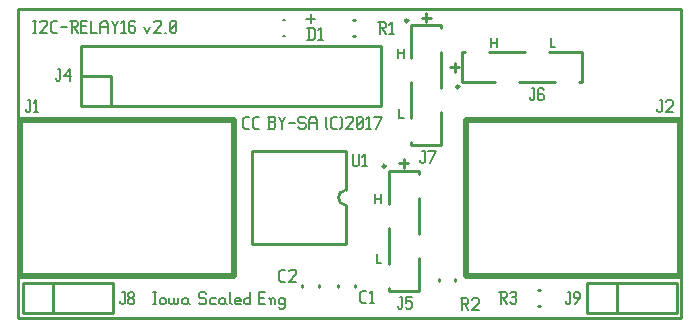
<source format=gbr>
G04 start of page 8 for group -4079 idx -4079 *
G04 Title: (unknown), topsilk *
G04 Creator: pcb 20140316 *
G04 CreationDate: Thu 30 Aug 2018 07:24:04 PM GMT UTC *
G04 For: railfan *
G04 Format: Gerber/RS-274X *
G04 PCB-Dimensions (mil): 2220.00 1040.00 *
G04 PCB-Coordinate-Origin: lower left *
%MOIN*%
%FSLAX25Y25*%
%LNTOPSILK*%
%ADD63C,0.0200*%
%ADD62C,0.0080*%
%ADD61C,0.0100*%
G54D61*X500Y500D02*X221500D01*
X500D02*Y103500D01*
X136500Y102000D02*Y99000D01*
X135000Y100500D02*X138000D01*
X221500Y103500D02*Y500D01*
Y103500D02*X500D01*
X129000Y53500D02*Y50500D01*
X127500Y52000D02*X130500D01*
X146000Y85500D02*Y82500D01*
X144500Y84000D02*X147500D01*
G54D62*X76200Y63500D02*X77500D01*
X75500Y64200D02*X76200Y63500D01*
X75500Y66800D02*Y64200D01*
Y66800D02*X76200Y67500D01*
X77500D01*
X79400Y63500D02*X80700D01*
X78700Y64200D02*X79400Y63500D01*
X78700Y66800D02*Y64200D01*
Y66800D02*X79400Y67500D01*
X80700D01*
X83700Y63500D02*X85700D01*
X86200Y64000D01*
Y65200D02*Y64000D01*
X85700Y65700D02*X86200Y65200D01*
X84200Y65700D02*X85700D01*
X84200Y67500D02*Y63500D01*
X83700Y67500D02*X85700D01*
X86200Y67000D01*
Y66200D01*
X85700Y65700D02*X86200Y66200D01*
X87400Y67500D02*X88400Y65500D01*
X89400Y67500D01*
X88400Y65500D02*Y63500D01*
X90600Y65500D02*X92600D01*
X95800Y67500D02*X96300Y67000D01*
X94300Y67500D02*X95800D01*
X93800Y67000D02*X94300Y67500D01*
X93800Y67000D02*Y66000D01*
X94300Y65500D01*
X95800D01*
X96300Y65000D01*
Y64000D01*
X95800Y63500D02*X96300Y64000D01*
X94300Y63500D02*X95800D01*
X93800Y64000D02*X94300Y63500D01*
X97500Y66500D02*Y63500D01*
Y66500D02*X98200Y67500D01*
X99300D01*
X100000Y66500D01*
Y63500D01*
X97500Y65500D02*X100000D01*
X103000Y64000D02*X103500Y63500D01*
X103000Y67000D02*X103500Y67500D01*
X103000Y67000D02*Y64000D01*
X105400Y63500D02*X106700D01*
X104700Y64200D02*X105400Y63500D01*
X104700Y66800D02*Y64200D01*
Y66800D02*X105400Y67500D01*
X106700D01*
X107900D02*X108400Y67000D01*
Y64000D01*
X107900Y63500D02*X108400Y64000D01*
X109600Y67000D02*X110100Y67500D01*
X111600D01*
X112100Y67000D01*
Y66000D01*
X109600Y63500D02*X112100Y66000D01*
X109600Y63500D02*X112100D01*
X113300Y64000D02*X113800Y63500D01*
X113300Y67000D02*Y64000D01*
Y67000D02*X113800Y67500D01*
X114800D01*
X115300Y67000D01*
Y64000D01*
X114800Y63500D02*X115300Y64000D01*
X113800Y63500D02*X114800D01*
X113300Y64500D02*X115300Y66500D01*
X116500Y66700D02*X117300Y67500D01*
Y63500D01*
X116500D02*X118000D01*
X119700D02*X121700Y67500D01*
X119200D02*X121700D01*
X96500Y100180D02*X99380D01*
X97940Y101620D02*Y98740D01*
X127000Y90220D02*Y87100D01*
X128950Y90220D02*Y87100D01*
X127000Y88660D02*X128950D01*
X127500Y70220D02*Y67100D01*
X129060D01*
X119500Y41720D02*Y38600D01*
X121450Y41720D02*Y38600D01*
X119500Y40160D02*X121450D01*
X45500Y9000D02*X46500D01*
X46000D02*Y5000D01*
X45500D02*X46500D01*
X47700Y6500D02*Y5500D01*
Y6500D02*X48200Y7000D01*
X49200D01*
X49700Y6500D01*
Y5500D01*
X49200Y5000D02*X49700Y5500D01*
X48200Y5000D02*X49200D01*
X47700Y5500D02*X48200Y5000D01*
X50900Y7000D02*Y5500D01*
X51400Y5000D01*
X51900D01*
X52400Y5500D01*
Y7000D02*Y5500D01*
X52900Y5000D01*
X53400D01*
X53900Y5500D01*
Y7000D02*Y5500D01*
X56600Y7000D02*X57100Y6500D01*
X55600Y7000D02*X56600D01*
X55100Y6500D02*X55600Y7000D01*
X55100Y6500D02*Y5500D01*
X55600Y5000D01*
X57100Y7000D02*Y5500D01*
X57600Y5000D01*
X55600D02*X56600D01*
X57100Y5500D01*
X62600Y9000D02*X63100Y8500D01*
X61100Y9000D02*X62600D01*
X60600Y8500D02*X61100Y9000D01*
X60600Y8500D02*Y7500D01*
X61100Y7000D01*
X62600D01*
X63100Y6500D01*
Y5500D01*
X62600Y5000D02*X63100Y5500D01*
X61100Y5000D02*X62600D01*
X60600Y5500D02*X61100Y5000D01*
X64800Y7000D02*X66300D01*
X64300Y6500D02*X64800Y7000D01*
X64300Y6500D02*Y5500D01*
X64800Y5000D01*
X66300D01*
X69000Y7000D02*X69500Y6500D01*
X68000Y7000D02*X69000D01*
X67500Y6500D02*X68000Y7000D01*
X67500Y6500D02*Y5500D01*
X68000Y5000D01*
X69500Y7000D02*Y5500D01*
X70000Y5000D01*
X68000D02*X69000D01*
X69500Y5500D01*
X71200Y9000D02*Y5500D01*
X71700Y5000D01*
X73200D02*X74700D01*
X72700Y5500D02*X73200Y5000D01*
X72700Y6500D02*Y5500D01*
Y6500D02*X73200Y7000D01*
X74200D01*
X74700Y6500D01*
X72700Y6000D02*X74700D01*
Y6500D02*Y6000D01*
X77900Y9000D02*Y5000D01*
X77400D02*X77900Y5500D01*
X76400Y5000D02*X77400D01*
X75900Y5500D02*X76400Y5000D01*
X75900Y6500D02*Y5500D01*
Y6500D02*X76400Y7000D01*
X77400D01*
X77900Y6500D01*
X80900Y7200D02*X82400D01*
X80900Y5000D02*X82900D01*
X80900Y9000D02*Y5000D01*
Y9000D02*X82900D01*
X84600Y6500D02*Y5000D01*
Y6500D02*X85100Y7000D01*
X85600D01*
X86100Y6500D01*
Y5000D01*
X84100Y7000D02*X84600Y6500D01*
X88800Y7000D02*X89300Y6500D01*
X87800Y7000D02*X88800D01*
X87300Y6500D02*X87800Y7000D01*
X87300Y6500D02*Y5500D01*
X87800Y5000D01*
X88800D01*
X89300Y5500D01*
X87300Y4000D02*X87800Y3500D01*
X88800D01*
X89300Y4000D01*
Y7000D02*Y4000D01*
X5500Y99500D02*X6500D01*
X6000D02*Y95500D01*
X5500D02*X6500D01*
X7700Y99000D02*X8200Y99500D01*
X9700D01*
X10200Y99000D01*
Y98000D01*
X7700Y95500D02*X10200Y98000D01*
X7700Y95500D02*X10200D01*
X12100D02*X13400D01*
X11400Y96200D02*X12100Y95500D01*
X11400Y98800D02*Y96200D01*
Y98800D02*X12100Y99500D01*
X13400D01*
X14600Y97500D02*X16600D01*
X17800Y99500D02*X19800D01*
X20300Y99000D01*
Y98000D01*
X19800Y97500D02*X20300Y98000D01*
X18300Y97500D02*X19800D01*
X18300Y99500D02*Y95500D01*
X19100Y97500D02*X20300Y95500D01*
X21500Y97700D02*X23000D01*
X21500Y95500D02*X23500D01*
X21500Y99500D02*Y95500D01*
Y99500D02*X23500D01*
X24700D02*Y95500D01*
X26700D01*
X27900Y98500D02*Y95500D01*
Y98500D02*X28600Y99500D01*
X29700D01*
X30400Y98500D01*
Y95500D01*
X27900Y97500D02*X30400D01*
X31600Y99500D02*X32600Y97500D01*
X33600Y99500D01*
X32600Y97500D02*Y95500D01*
X34800Y98700D02*X35600Y99500D01*
Y95500D01*
X34800D02*X36300D01*
X39000Y99500D02*X39500Y99000D01*
X38000Y99500D02*X39000D01*
X37500Y99000D02*X38000Y99500D01*
X37500Y99000D02*Y96000D01*
X38000Y95500D01*
X39000Y97700D02*X39500Y97200D01*
X37500Y97700D02*X39000D01*
X38000Y95500D02*X39000D01*
X39500Y96000D01*
Y97200D02*Y96000D01*
X42500Y97500D02*X43500Y95500D01*
X44500Y97500D02*X43500Y95500D01*
X45700Y99000D02*X46200Y99500D01*
X47700D01*
X48200Y99000D01*
Y98000D01*
X45700Y95500D02*X48200Y98000D01*
X45700Y95500D02*X48200D01*
X49400D02*X49900D01*
X51100Y96000D02*X51600Y95500D01*
X51100Y99000D02*Y96000D01*
Y99000D02*X51600Y99500D01*
X52600D01*
X53100Y99000D01*
Y96000D01*
X52600Y95500D02*X53100Y96000D01*
X51600Y95500D02*X52600D01*
X51100Y96500D02*X53100Y98500D01*
X120000Y21720D02*Y18600D01*
X121560D01*
X158000Y93720D02*Y90600D01*
X159950Y93720D02*Y90600D01*
X158000Y92160D02*X159950D01*
X178000Y93720D02*Y90600D01*
X179560D01*
G54D61*X21500Y71000D02*X121500D01*
Y91000D02*Y71000D01*
X21500Y91000D02*X121500D01*
X21500D02*Y71000D01*
X31500Y81000D02*Y71000D01*
X21500Y81000D02*X31500D01*
G54D63*X1000Y14500D02*X72300D01*
X1000Y66500D02*X72300D01*
Y14500D01*
X1000Y66500D02*X980Y14500D01*
G54D61*X124000Y49500D02*X134000D01*
Y9500D02*X124000D01*
X134000Y49500D02*Y48500D01*
Y40500D02*Y28500D01*
Y20500D02*Y9500D01*
X124000D02*Y10500D01*
Y18500D02*Y30500D01*
Y38500D02*Y49500D01*
X122000Y51000D02*G75*G03X122000Y51000I500J0D01*G01*
G54D62*X88607Y99755D02*X89393D01*
X88607Y94245D02*X89393D01*
G54D61*X78276Y56066D02*X109724D01*
X78276D02*Y24934D01*
X109724D01*
Y56066D02*Y43000D01*
Y38000D02*Y24934D01*
Y43000D02*G75*G03X109724Y38000I0J-2500D01*G01*
X112107Y94245D02*X112893D01*
X112107Y99755D02*X112893D01*
X140745Y13393D02*Y12607D01*
X146255Y13393D02*Y12607D01*
X131500Y98000D02*X141500D01*
Y58000D02*X131500D01*
X141500Y98000D02*Y97000D01*
Y89000D02*Y77000D01*
Y69000D02*Y58000D01*
X131500D02*Y59000D01*
Y67000D02*Y79000D01*
Y87000D02*Y98000D01*
X129500Y99500D02*G75*G03X129500Y99500I500J0D01*G01*
X148500Y89000D02*Y79000D01*
X188500Y89000D02*Y79000D01*
X148500Y89000D02*X149500D01*
X157500D02*X169500D01*
X177500D02*X188500D01*
X187500Y79000D02*X188500D01*
X167500D02*X179500D01*
X148500D02*X159500D01*
X147000Y77000D02*G75*G03X147000Y77000I0J500D01*G01*
G54D63*X149700Y66500D02*X221000D01*
X149700Y14500D02*X221000D01*
X149700Y66500D02*Y14500D01*
X221000D02*X221020Y66500D01*
G54D61*X112755Y11393D02*Y10607D01*
X107245Y11393D02*Y10607D01*
X100755Y11393D02*Y10607D01*
X95245Y11393D02*Y10607D01*
X190000Y2000D02*X220000D01*
Y12000D02*Y2000D01*
X190000Y12000D02*X220000D01*
X190000D02*Y2000D01*
X200000Y12000D02*Y2000D01*
X190000Y12000D02*X200000D01*
X173607Y4245D02*X174393D01*
X173607Y9755D02*X174393D01*
X2000Y2000D02*X32000D01*
Y12000D02*Y2000D01*
X2000Y12000D02*X32000D01*
X2000D02*Y2000D01*
X12000Y12000D02*Y2000D01*
X2000Y12000D02*X12000D01*
G54D62*X13700Y83500D02*X14500D01*
Y80000D01*
X14000Y79500D02*X14500Y80000D01*
X13500Y79500D02*X14000D01*
X13000Y80000D02*X13500Y79500D01*
X13000Y80500D02*Y80000D01*
X15700Y81000D02*X17700Y83500D01*
X15700Y81000D02*X18200D01*
X17700Y83500D02*Y79500D01*
X3700Y73000D02*X4500D01*
Y69500D01*
X4000Y69000D02*X4500Y69500D01*
X3500Y69000D02*X4000D01*
X3000Y69500D02*X3500Y69000D01*
X3000Y70000D02*Y69500D01*
X5700Y72200D02*X6500Y73000D01*
Y69000D01*
X5700D02*X7200D01*
X35200Y9000D02*X36000D01*
Y5500D01*
X35500Y5000D02*X36000Y5500D01*
X35000Y5000D02*X35500D01*
X34500Y5500D02*X35000Y5000D01*
X34500Y6000D02*Y5500D01*
X37200D02*X37700Y5000D01*
X37200Y6300D02*Y5500D01*
Y6300D02*X37900Y7000D01*
X38500D01*
X39200Y6300D01*
Y5500D01*
X38700Y5000D02*X39200Y5500D01*
X37700Y5000D02*X38700D01*
X37200Y7700D02*X37900Y7000D01*
X37200Y8500D02*Y7700D01*
Y8500D02*X37700Y9000D01*
X38700D01*
X39200Y8500D01*
Y7700D01*
X38500Y7000D02*X39200Y7700D01*
X120500Y99000D02*X122500D01*
X123000Y98500D01*
Y97500D01*
X122500Y97000D02*X123000Y97500D01*
X121000Y97000D02*X122500D01*
X121000Y99000D02*Y95000D01*
X121800Y97000D02*X123000Y95000D01*
X124200Y98200D02*X125000Y99000D01*
Y95000D01*
X124200D02*X125700D01*
X135200Y56000D02*X136000D01*
Y52500D01*
X135500Y52000D02*X136000Y52500D01*
X135000Y52000D02*X135500D01*
X134500Y52500D02*X135000Y52000D01*
X134500Y53000D02*Y52500D01*
X137700Y52000D02*X139700Y56000D01*
X137200D02*X139700D01*
X171700Y77000D02*X172500D01*
Y73500D01*
X172000Y73000D02*X172500Y73500D01*
X171500Y73000D02*X172000D01*
X171000Y73500D02*X171500Y73000D01*
X171000Y74000D02*Y73500D01*
X175200Y77000D02*X175700Y76500D01*
X174200Y77000D02*X175200D01*
X173700Y76500D02*X174200Y77000D01*
X173700Y76500D02*Y73500D01*
X174200Y73000D01*
X175200Y75200D02*X175700Y74700D01*
X173700Y75200D02*X175200D01*
X174200Y73000D02*X175200D01*
X175700Y73500D01*
Y74700D02*Y73500D01*
X97350Y97150D02*Y93150D01*
X98650Y97150D02*X99350Y96450D01*
Y93850D01*
X98650Y93150D02*X99350Y93850D01*
X96850Y93150D02*X98650D01*
X96850Y97150D02*X98650D01*
X100550Y96350D02*X101350Y97150D01*
Y93150D01*
X100550D02*X102050D01*
X112000Y55000D02*Y51500D01*
X112500Y51000D01*
X113500D01*
X114000Y51500D01*
Y55000D02*Y51500D01*
X115200Y54200D02*X116000Y55000D01*
Y51000D01*
X115200D02*X116700D01*
X183700Y9000D02*X184500D01*
Y5500D01*
X184000Y5000D02*X184500Y5500D01*
X183500Y5000D02*X184000D01*
X183000Y5500D02*X183500Y5000D01*
X183000Y6000D02*Y5500D01*
X186200Y5000D02*X187700Y7000D01*
Y8500D02*Y7000D01*
X187200Y9000D02*X187700Y8500D01*
X186200Y9000D02*X187200D01*
X185700Y8500D02*X186200Y9000D01*
X185700Y8500D02*Y7500D01*
X186200Y7000D01*
X187700D01*
X148000D02*X150000D01*
X150500Y6500D01*
Y5500D01*
X150000Y5000D02*X150500Y5500D01*
X148500Y5000D02*X150000D01*
X148500Y7000D02*Y3000D01*
X149300Y5000D02*X150500Y3000D01*
X151700Y6500D02*X152200Y7000D01*
X153700D01*
X154200Y6500D01*
Y5500D01*
X151700Y3000D02*X154200Y5500D01*
X151700Y3000D02*X154200D01*
X127700Y7500D02*X128500D01*
Y4000D01*
X128000Y3500D02*X128500Y4000D01*
X127500Y3500D02*X128000D01*
X127000Y4000D02*X127500Y3500D01*
X127000Y4500D02*Y4000D01*
X129700Y7500D02*X131700D01*
X129700D02*Y5500D01*
X130200Y6000D01*
X131200D01*
X131700Y5500D01*
Y4000D01*
X131200Y3500D02*X131700Y4000D01*
X130200Y3500D02*X131200D01*
X129700Y4000D02*X130200Y3500D01*
X115200Y5500D02*X116500D01*
X114500Y6200D02*X115200Y5500D01*
X114500Y8800D02*Y6200D01*
Y8800D02*X115200Y9500D01*
X116500D01*
X117700Y8700D02*X118500Y9500D01*
Y5500D01*
X117700D02*X119200D01*
X88200Y12500D02*X89500D01*
X87500Y13200D02*X88200Y12500D01*
X87500Y15800D02*Y13200D01*
Y15800D02*X88200Y16500D01*
X89500D01*
X90700Y16000D02*X91200Y16500D01*
X92700D01*
X93200Y16000D01*
Y15000D01*
X90700Y12500D02*X93200Y15000D01*
X90700Y12500D02*X93200D01*
X214276Y73000D02*X215076D01*
Y69500D01*
X214576Y69000D02*X215076Y69500D01*
X214076Y69000D02*X214576D01*
X213576Y69500D02*X214076Y69000D01*
X213576Y70000D02*Y69500D01*
X216276Y72500D02*X216776Y73000D01*
X218276D01*
X218776Y72500D01*
Y71500D01*
X216276Y69000D02*X218776Y71500D01*
X216276Y69000D02*X218776D01*
X160807Y9150D02*X162807D01*
X163307Y8650D01*
Y7650D01*
X162807Y7150D02*X163307Y7650D01*
X161307Y7150D02*X162807D01*
X161307Y9150D02*Y5150D01*
X162107Y7150D02*X163307Y5150D01*
X164507Y8650D02*X165007Y9150D01*
X166007D01*
X166507Y8650D01*
X166007Y5150D02*X166507Y5650D01*
X165007Y5150D02*X166007D01*
X164507Y5650D02*X165007Y5150D01*
Y7350D02*X166007D01*
X166507Y8650D02*Y7850D01*
Y6850D02*Y5650D01*
Y6850D02*X166007Y7350D01*
X166507Y7850D02*X166007Y7350D01*
M02*

</source>
